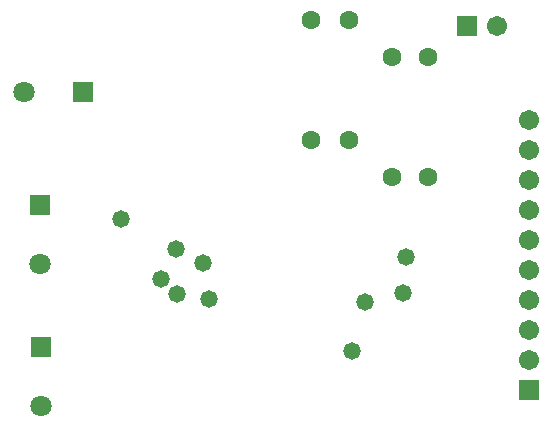
<source format=gbs>
G04*
G04 #@! TF.GenerationSoftware,Altium Limited,Altium Designer,19.1.8 (144)*
G04*
G04 Layer_Color=16711935*
%FSLAX25Y25*%
%MOIN*%
G70*
G01*
G75*
%ADD32R,0.07099X0.07099*%
%ADD33C,0.07099*%
%ADD34R,0.07099X0.07099*%
%ADD35C,0.06312*%
%ADD36R,0.06706X0.06706*%
%ADD37C,0.06706*%
%ADD38R,0.06706X0.06706*%
%ADD39C,0.05800*%
D32*
X34843Y119500D02*
D03*
D33*
X15157D02*
D03*
X20500Y62157D02*
D03*
X21000Y14658D02*
D03*
D34*
X20500Y81842D02*
D03*
X21000Y34343D02*
D03*
D35*
X150000Y91000D02*
D03*
Y131000D02*
D03*
X138000D02*
D03*
Y91000D02*
D03*
X111000Y143500D02*
D03*
Y103500D02*
D03*
X123500D02*
D03*
Y143500D02*
D03*
D36*
X183500Y20000D02*
D03*
D37*
Y30000D02*
D03*
Y50000D02*
D03*
Y60000D02*
D03*
Y70000D02*
D03*
Y80000D02*
D03*
Y90000D02*
D03*
Y100000D02*
D03*
Y110000D02*
D03*
Y40000D02*
D03*
X173000Y141500D02*
D03*
D38*
X163000D02*
D03*
D39*
X47500Y77000D02*
D03*
X61000Y57000D02*
D03*
X66000Y67000D02*
D03*
X124500Y33000D02*
D03*
X77000Y50500D02*
D03*
X75000Y62339D02*
D03*
X66102Y52000D02*
D03*
X141500Y52500D02*
D03*
X129000Y49500D02*
D03*
X142500Y64500D02*
D03*
M02*

</source>
